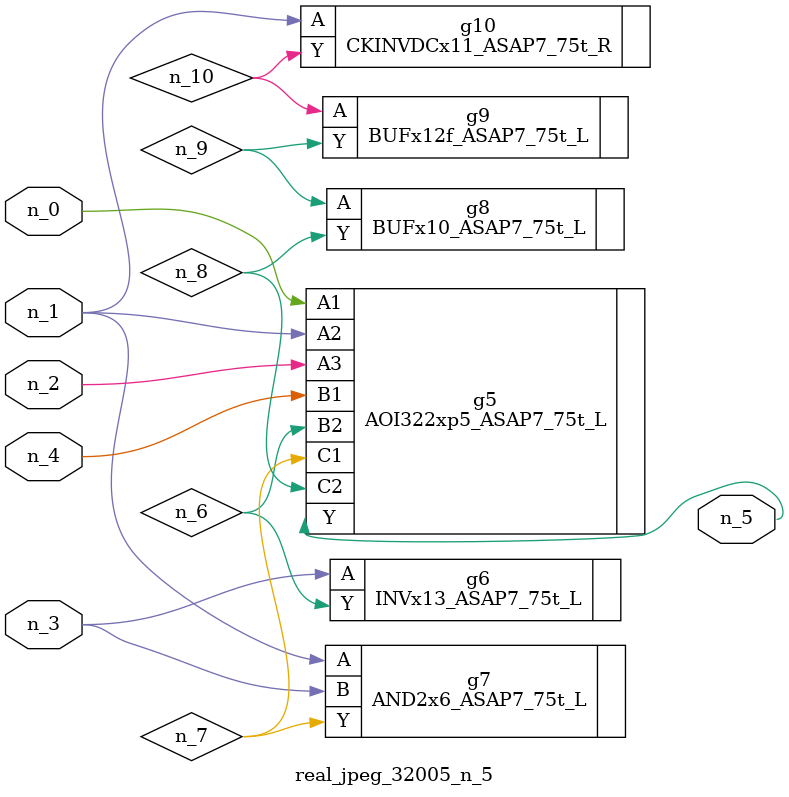
<source format=v>
module real_jpeg_32005_n_5 (n_4, n_0, n_1, n_2, n_3, n_5);

input n_4;
input n_0;
input n_1;
input n_2;
input n_3;

output n_5;

wire n_8;
wire n_6;
wire n_7;
wire n_10;
wire n_9;

AOI322xp5_ASAP7_75t_L g5 ( 
.A1(n_0),
.A2(n_1),
.A3(n_2),
.B1(n_4),
.B2(n_6),
.C1(n_7),
.C2(n_8),
.Y(n_5)
);

AND2x6_ASAP7_75t_L g7 ( 
.A(n_1),
.B(n_3),
.Y(n_7)
);

CKINVDCx11_ASAP7_75t_R g10 ( 
.A(n_1),
.Y(n_10)
);

INVx13_ASAP7_75t_L g6 ( 
.A(n_3),
.Y(n_6)
);

BUFx10_ASAP7_75t_L g8 ( 
.A(n_9),
.Y(n_8)
);

BUFx12f_ASAP7_75t_L g9 ( 
.A(n_10),
.Y(n_9)
);


endmodule
</source>
